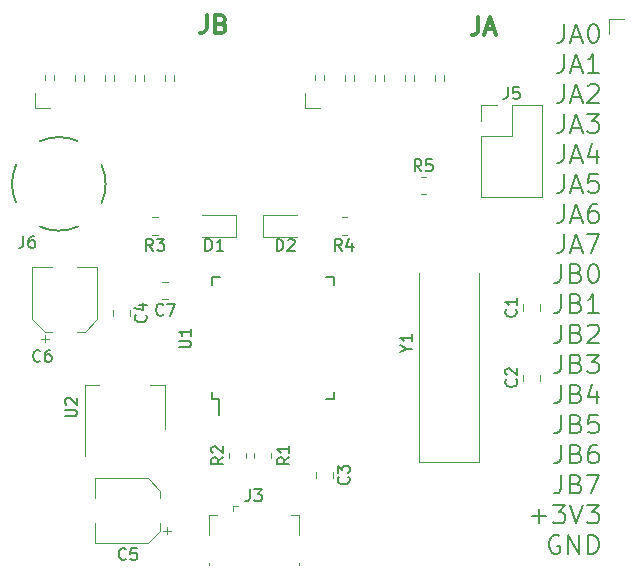
<source format=gbr>
%TF.GenerationSoftware,KiCad,Pcbnew,7.0.10*%
%TF.CreationDate,2024-11-13T12:28:53-05:00*%
%TF.ProjectId,pmodThingy,706d6f64-5468-4696-9e67-792e6b696361,rev?*%
%TF.SameCoordinates,Original*%
%TF.FileFunction,Legend,Top*%
%TF.FilePolarity,Positive*%
%FSLAX46Y46*%
G04 Gerber Fmt 4.6, Leading zero omitted, Abs format (unit mm)*
G04 Created by KiCad (PCBNEW 7.0.10) date 2024-11-13 12:28:53*
%MOMM*%
%LPD*%
G01*
G04 APERTURE LIST*
%ADD10C,0.150000*%
%ADD11C,0.300000*%
%ADD12C,0.120000*%
%ADD13C,0.127000*%
G04 APERTURE END LIST*
D10*
X165195077Y-45652238D02*
X165195077Y-46780809D01*
X165195077Y-46780809D02*
X165119838Y-47006523D01*
X165119838Y-47006523D02*
X164969362Y-47157000D01*
X164969362Y-47157000D02*
X164743648Y-47232238D01*
X164743648Y-47232238D02*
X164593172Y-47232238D01*
X165872220Y-46780809D02*
X166624601Y-46780809D01*
X165721744Y-47232238D02*
X166248410Y-45652238D01*
X166248410Y-45652238D02*
X166775077Y-47232238D01*
X167602696Y-45652238D02*
X167753173Y-45652238D01*
X167753173Y-45652238D02*
X167903649Y-45727476D01*
X167903649Y-45727476D02*
X167978887Y-45802714D01*
X167978887Y-45802714D02*
X168054125Y-45953190D01*
X168054125Y-45953190D02*
X168129363Y-46254142D01*
X168129363Y-46254142D02*
X168129363Y-46630333D01*
X168129363Y-46630333D02*
X168054125Y-46931285D01*
X168054125Y-46931285D02*
X167978887Y-47081761D01*
X167978887Y-47081761D02*
X167903649Y-47157000D01*
X167903649Y-47157000D02*
X167753173Y-47232238D01*
X167753173Y-47232238D02*
X167602696Y-47232238D01*
X167602696Y-47232238D02*
X167452220Y-47157000D01*
X167452220Y-47157000D02*
X167376982Y-47081761D01*
X167376982Y-47081761D02*
X167301744Y-46931285D01*
X167301744Y-46931285D02*
X167226506Y-46630333D01*
X167226506Y-46630333D02*
X167226506Y-46254142D01*
X167226506Y-46254142D02*
X167301744Y-45953190D01*
X167301744Y-45953190D02*
X167376982Y-45802714D01*
X167376982Y-45802714D02*
X167452220Y-45727476D01*
X167452220Y-45727476D02*
X167602696Y-45652238D01*
X165195077Y-48196038D02*
X165195077Y-49324609D01*
X165195077Y-49324609D02*
X165119838Y-49550323D01*
X165119838Y-49550323D02*
X164969362Y-49700800D01*
X164969362Y-49700800D02*
X164743648Y-49776038D01*
X164743648Y-49776038D02*
X164593172Y-49776038D01*
X165872220Y-49324609D02*
X166624601Y-49324609D01*
X165721744Y-49776038D02*
X166248410Y-48196038D01*
X166248410Y-48196038D02*
X166775077Y-49776038D01*
X168129363Y-49776038D02*
X167226506Y-49776038D01*
X167677934Y-49776038D02*
X167677934Y-48196038D01*
X167677934Y-48196038D02*
X167527458Y-48421752D01*
X167527458Y-48421752D02*
X167376982Y-48572228D01*
X167376982Y-48572228D02*
X167226506Y-48647466D01*
X165195077Y-50739838D02*
X165195077Y-51868409D01*
X165195077Y-51868409D02*
X165119838Y-52094123D01*
X165119838Y-52094123D02*
X164969362Y-52244600D01*
X164969362Y-52244600D02*
X164743648Y-52319838D01*
X164743648Y-52319838D02*
X164593172Y-52319838D01*
X165872220Y-51868409D02*
X166624601Y-51868409D01*
X165721744Y-52319838D02*
X166248410Y-50739838D01*
X166248410Y-50739838D02*
X166775077Y-52319838D01*
X167226506Y-50890314D02*
X167301744Y-50815076D01*
X167301744Y-50815076D02*
X167452220Y-50739838D01*
X167452220Y-50739838D02*
X167828411Y-50739838D01*
X167828411Y-50739838D02*
X167978887Y-50815076D01*
X167978887Y-50815076D02*
X168054125Y-50890314D01*
X168054125Y-50890314D02*
X168129363Y-51040790D01*
X168129363Y-51040790D02*
X168129363Y-51191266D01*
X168129363Y-51191266D02*
X168054125Y-51416980D01*
X168054125Y-51416980D02*
X167151268Y-52319838D01*
X167151268Y-52319838D02*
X168129363Y-52319838D01*
X165195077Y-53283638D02*
X165195077Y-54412209D01*
X165195077Y-54412209D02*
X165119838Y-54637923D01*
X165119838Y-54637923D02*
X164969362Y-54788400D01*
X164969362Y-54788400D02*
X164743648Y-54863638D01*
X164743648Y-54863638D02*
X164593172Y-54863638D01*
X165872220Y-54412209D02*
X166624601Y-54412209D01*
X165721744Y-54863638D02*
X166248410Y-53283638D01*
X166248410Y-53283638D02*
X166775077Y-54863638D01*
X167151268Y-53283638D02*
X168129363Y-53283638D01*
X168129363Y-53283638D02*
X167602696Y-53885542D01*
X167602696Y-53885542D02*
X167828411Y-53885542D01*
X167828411Y-53885542D02*
X167978887Y-53960780D01*
X167978887Y-53960780D02*
X168054125Y-54036019D01*
X168054125Y-54036019D02*
X168129363Y-54186495D01*
X168129363Y-54186495D02*
X168129363Y-54562685D01*
X168129363Y-54562685D02*
X168054125Y-54713161D01*
X168054125Y-54713161D02*
X167978887Y-54788400D01*
X167978887Y-54788400D02*
X167828411Y-54863638D01*
X167828411Y-54863638D02*
X167376982Y-54863638D01*
X167376982Y-54863638D02*
X167226506Y-54788400D01*
X167226506Y-54788400D02*
X167151268Y-54713161D01*
X165195077Y-55827438D02*
X165195077Y-56956009D01*
X165195077Y-56956009D02*
X165119838Y-57181723D01*
X165119838Y-57181723D02*
X164969362Y-57332200D01*
X164969362Y-57332200D02*
X164743648Y-57407438D01*
X164743648Y-57407438D02*
X164593172Y-57407438D01*
X165872220Y-56956009D02*
X166624601Y-56956009D01*
X165721744Y-57407438D02*
X166248410Y-55827438D01*
X166248410Y-55827438D02*
X166775077Y-57407438D01*
X167978887Y-56354104D02*
X167978887Y-57407438D01*
X167602696Y-55752200D02*
X167226506Y-56880771D01*
X167226506Y-56880771D02*
X168204601Y-56880771D01*
X165195077Y-58371238D02*
X165195077Y-59499809D01*
X165195077Y-59499809D02*
X165119838Y-59725523D01*
X165119838Y-59725523D02*
X164969362Y-59876000D01*
X164969362Y-59876000D02*
X164743648Y-59951238D01*
X164743648Y-59951238D02*
X164593172Y-59951238D01*
X165872220Y-59499809D02*
X166624601Y-59499809D01*
X165721744Y-59951238D02*
X166248410Y-58371238D01*
X166248410Y-58371238D02*
X166775077Y-59951238D01*
X168054125Y-58371238D02*
X167301744Y-58371238D01*
X167301744Y-58371238D02*
X167226506Y-59123619D01*
X167226506Y-59123619D02*
X167301744Y-59048380D01*
X167301744Y-59048380D02*
X167452220Y-58973142D01*
X167452220Y-58973142D02*
X167828411Y-58973142D01*
X167828411Y-58973142D02*
X167978887Y-59048380D01*
X167978887Y-59048380D02*
X168054125Y-59123619D01*
X168054125Y-59123619D02*
X168129363Y-59274095D01*
X168129363Y-59274095D02*
X168129363Y-59650285D01*
X168129363Y-59650285D02*
X168054125Y-59800761D01*
X168054125Y-59800761D02*
X167978887Y-59876000D01*
X167978887Y-59876000D02*
X167828411Y-59951238D01*
X167828411Y-59951238D02*
X167452220Y-59951238D01*
X167452220Y-59951238D02*
X167301744Y-59876000D01*
X167301744Y-59876000D02*
X167226506Y-59800761D01*
X165195077Y-60915038D02*
X165195077Y-62043609D01*
X165195077Y-62043609D02*
X165119838Y-62269323D01*
X165119838Y-62269323D02*
X164969362Y-62419800D01*
X164969362Y-62419800D02*
X164743648Y-62495038D01*
X164743648Y-62495038D02*
X164593172Y-62495038D01*
X165872220Y-62043609D02*
X166624601Y-62043609D01*
X165721744Y-62495038D02*
X166248410Y-60915038D01*
X166248410Y-60915038D02*
X166775077Y-62495038D01*
X167978887Y-60915038D02*
X167677934Y-60915038D01*
X167677934Y-60915038D02*
X167527458Y-60990276D01*
X167527458Y-60990276D02*
X167452220Y-61065514D01*
X167452220Y-61065514D02*
X167301744Y-61291228D01*
X167301744Y-61291228D02*
X167226506Y-61592180D01*
X167226506Y-61592180D02*
X167226506Y-62194085D01*
X167226506Y-62194085D02*
X167301744Y-62344561D01*
X167301744Y-62344561D02*
X167376982Y-62419800D01*
X167376982Y-62419800D02*
X167527458Y-62495038D01*
X167527458Y-62495038D02*
X167828411Y-62495038D01*
X167828411Y-62495038D02*
X167978887Y-62419800D01*
X167978887Y-62419800D02*
X168054125Y-62344561D01*
X168054125Y-62344561D02*
X168129363Y-62194085D01*
X168129363Y-62194085D02*
X168129363Y-61817895D01*
X168129363Y-61817895D02*
X168054125Y-61667419D01*
X168054125Y-61667419D02*
X167978887Y-61592180D01*
X167978887Y-61592180D02*
X167828411Y-61516942D01*
X167828411Y-61516942D02*
X167527458Y-61516942D01*
X167527458Y-61516942D02*
X167376982Y-61592180D01*
X167376982Y-61592180D02*
X167301744Y-61667419D01*
X167301744Y-61667419D02*
X167226506Y-61817895D01*
X165195077Y-63458838D02*
X165195077Y-64587409D01*
X165195077Y-64587409D02*
X165119838Y-64813123D01*
X165119838Y-64813123D02*
X164969362Y-64963600D01*
X164969362Y-64963600D02*
X164743648Y-65038838D01*
X164743648Y-65038838D02*
X164593172Y-65038838D01*
X165872220Y-64587409D02*
X166624601Y-64587409D01*
X165721744Y-65038838D02*
X166248410Y-63458838D01*
X166248410Y-63458838D02*
X166775077Y-65038838D01*
X167151268Y-63458838D02*
X168204601Y-63458838D01*
X168204601Y-63458838D02*
X167527458Y-65038838D01*
X164969363Y-66002638D02*
X164969363Y-67131209D01*
X164969363Y-67131209D02*
X164894124Y-67356923D01*
X164894124Y-67356923D02*
X164743648Y-67507400D01*
X164743648Y-67507400D02*
X164517934Y-67582638D01*
X164517934Y-67582638D02*
X164367458Y-67582638D01*
X166248411Y-66755019D02*
X166474125Y-66830257D01*
X166474125Y-66830257D02*
X166549363Y-66905495D01*
X166549363Y-66905495D02*
X166624601Y-67055971D01*
X166624601Y-67055971D02*
X166624601Y-67281685D01*
X166624601Y-67281685D02*
X166549363Y-67432161D01*
X166549363Y-67432161D02*
X166474125Y-67507400D01*
X166474125Y-67507400D02*
X166323649Y-67582638D01*
X166323649Y-67582638D02*
X165721744Y-67582638D01*
X165721744Y-67582638D02*
X165721744Y-66002638D01*
X165721744Y-66002638D02*
X166248411Y-66002638D01*
X166248411Y-66002638D02*
X166398887Y-66077876D01*
X166398887Y-66077876D02*
X166474125Y-66153114D01*
X166474125Y-66153114D02*
X166549363Y-66303590D01*
X166549363Y-66303590D02*
X166549363Y-66454066D01*
X166549363Y-66454066D02*
X166474125Y-66604542D01*
X166474125Y-66604542D02*
X166398887Y-66679780D01*
X166398887Y-66679780D02*
X166248411Y-66755019D01*
X166248411Y-66755019D02*
X165721744Y-66755019D01*
X167602696Y-66002638D02*
X167753173Y-66002638D01*
X167753173Y-66002638D02*
X167903649Y-66077876D01*
X167903649Y-66077876D02*
X167978887Y-66153114D01*
X167978887Y-66153114D02*
X168054125Y-66303590D01*
X168054125Y-66303590D02*
X168129363Y-66604542D01*
X168129363Y-66604542D02*
X168129363Y-66980733D01*
X168129363Y-66980733D02*
X168054125Y-67281685D01*
X168054125Y-67281685D02*
X167978887Y-67432161D01*
X167978887Y-67432161D02*
X167903649Y-67507400D01*
X167903649Y-67507400D02*
X167753173Y-67582638D01*
X167753173Y-67582638D02*
X167602696Y-67582638D01*
X167602696Y-67582638D02*
X167452220Y-67507400D01*
X167452220Y-67507400D02*
X167376982Y-67432161D01*
X167376982Y-67432161D02*
X167301744Y-67281685D01*
X167301744Y-67281685D02*
X167226506Y-66980733D01*
X167226506Y-66980733D02*
X167226506Y-66604542D01*
X167226506Y-66604542D02*
X167301744Y-66303590D01*
X167301744Y-66303590D02*
X167376982Y-66153114D01*
X167376982Y-66153114D02*
X167452220Y-66077876D01*
X167452220Y-66077876D02*
X167602696Y-66002638D01*
X164969363Y-68546438D02*
X164969363Y-69675009D01*
X164969363Y-69675009D02*
X164894124Y-69900723D01*
X164894124Y-69900723D02*
X164743648Y-70051200D01*
X164743648Y-70051200D02*
X164517934Y-70126438D01*
X164517934Y-70126438D02*
X164367458Y-70126438D01*
X166248411Y-69298819D02*
X166474125Y-69374057D01*
X166474125Y-69374057D02*
X166549363Y-69449295D01*
X166549363Y-69449295D02*
X166624601Y-69599771D01*
X166624601Y-69599771D02*
X166624601Y-69825485D01*
X166624601Y-69825485D02*
X166549363Y-69975961D01*
X166549363Y-69975961D02*
X166474125Y-70051200D01*
X166474125Y-70051200D02*
X166323649Y-70126438D01*
X166323649Y-70126438D02*
X165721744Y-70126438D01*
X165721744Y-70126438D02*
X165721744Y-68546438D01*
X165721744Y-68546438D02*
X166248411Y-68546438D01*
X166248411Y-68546438D02*
X166398887Y-68621676D01*
X166398887Y-68621676D02*
X166474125Y-68696914D01*
X166474125Y-68696914D02*
X166549363Y-68847390D01*
X166549363Y-68847390D02*
X166549363Y-68997866D01*
X166549363Y-68997866D02*
X166474125Y-69148342D01*
X166474125Y-69148342D02*
X166398887Y-69223580D01*
X166398887Y-69223580D02*
X166248411Y-69298819D01*
X166248411Y-69298819D02*
X165721744Y-69298819D01*
X168129363Y-70126438D02*
X167226506Y-70126438D01*
X167677934Y-70126438D02*
X167677934Y-68546438D01*
X167677934Y-68546438D02*
X167527458Y-68772152D01*
X167527458Y-68772152D02*
X167376982Y-68922628D01*
X167376982Y-68922628D02*
X167226506Y-68997866D01*
X164969363Y-71090238D02*
X164969363Y-72218809D01*
X164969363Y-72218809D02*
X164894124Y-72444523D01*
X164894124Y-72444523D02*
X164743648Y-72595000D01*
X164743648Y-72595000D02*
X164517934Y-72670238D01*
X164517934Y-72670238D02*
X164367458Y-72670238D01*
X166248411Y-71842619D02*
X166474125Y-71917857D01*
X166474125Y-71917857D02*
X166549363Y-71993095D01*
X166549363Y-71993095D02*
X166624601Y-72143571D01*
X166624601Y-72143571D02*
X166624601Y-72369285D01*
X166624601Y-72369285D02*
X166549363Y-72519761D01*
X166549363Y-72519761D02*
X166474125Y-72595000D01*
X166474125Y-72595000D02*
X166323649Y-72670238D01*
X166323649Y-72670238D02*
X165721744Y-72670238D01*
X165721744Y-72670238D02*
X165721744Y-71090238D01*
X165721744Y-71090238D02*
X166248411Y-71090238D01*
X166248411Y-71090238D02*
X166398887Y-71165476D01*
X166398887Y-71165476D02*
X166474125Y-71240714D01*
X166474125Y-71240714D02*
X166549363Y-71391190D01*
X166549363Y-71391190D02*
X166549363Y-71541666D01*
X166549363Y-71541666D02*
X166474125Y-71692142D01*
X166474125Y-71692142D02*
X166398887Y-71767380D01*
X166398887Y-71767380D02*
X166248411Y-71842619D01*
X166248411Y-71842619D02*
X165721744Y-71842619D01*
X167226506Y-71240714D02*
X167301744Y-71165476D01*
X167301744Y-71165476D02*
X167452220Y-71090238D01*
X167452220Y-71090238D02*
X167828411Y-71090238D01*
X167828411Y-71090238D02*
X167978887Y-71165476D01*
X167978887Y-71165476D02*
X168054125Y-71240714D01*
X168054125Y-71240714D02*
X168129363Y-71391190D01*
X168129363Y-71391190D02*
X168129363Y-71541666D01*
X168129363Y-71541666D02*
X168054125Y-71767380D01*
X168054125Y-71767380D02*
X167151268Y-72670238D01*
X167151268Y-72670238D02*
X168129363Y-72670238D01*
X164969363Y-73634038D02*
X164969363Y-74762609D01*
X164969363Y-74762609D02*
X164894124Y-74988323D01*
X164894124Y-74988323D02*
X164743648Y-75138800D01*
X164743648Y-75138800D02*
X164517934Y-75214038D01*
X164517934Y-75214038D02*
X164367458Y-75214038D01*
X166248411Y-74386419D02*
X166474125Y-74461657D01*
X166474125Y-74461657D02*
X166549363Y-74536895D01*
X166549363Y-74536895D02*
X166624601Y-74687371D01*
X166624601Y-74687371D02*
X166624601Y-74913085D01*
X166624601Y-74913085D02*
X166549363Y-75063561D01*
X166549363Y-75063561D02*
X166474125Y-75138800D01*
X166474125Y-75138800D02*
X166323649Y-75214038D01*
X166323649Y-75214038D02*
X165721744Y-75214038D01*
X165721744Y-75214038D02*
X165721744Y-73634038D01*
X165721744Y-73634038D02*
X166248411Y-73634038D01*
X166248411Y-73634038D02*
X166398887Y-73709276D01*
X166398887Y-73709276D02*
X166474125Y-73784514D01*
X166474125Y-73784514D02*
X166549363Y-73934990D01*
X166549363Y-73934990D02*
X166549363Y-74085466D01*
X166549363Y-74085466D02*
X166474125Y-74235942D01*
X166474125Y-74235942D02*
X166398887Y-74311180D01*
X166398887Y-74311180D02*
X166248411Y-74386419D01*
X166248411Y-74386419D02*
X165721744Y-74386419D01*
X167151268Y-73634038D02*
X168129363Y-73634038D01*
X168129363Y-73634038D02*
X167602696Y-74235942D01*
X167602696Y-74235942D02*
X167828411Y-74235942D01*
X167828411Y-74235942D02*
X167978887Y-74311180D01*
X167978887Y-74311180D02*
X168054125Y-74386419D01*
X168054125Y-74386419D02*
X168129363Y-74536895D01*
X168129363Y-74536895D02*
X168129363Y-74913085D01*
X168129363Y-74913085D02*
X168054125Y-75063561D01*
X168054125Y-75063561D02*
X167978887Y-75138800D01*
X167978887Y-75138800D02*
X167828411Y-75214038D01*
X167828411Y-75214038D02*
X167376982Y-75214038D01*
X167376982Y-75214038D02*
X167226506Y-75138800D01*
X167226506Y-75138800D02*
X167151268Y-75063561D01*
X164969363Y-76177838D02*
X164969363Y-77306409D01*
X164969363Y-77306409D02*
X164894124Y-77532123D01*
X164894124Y-77532123D02*
X164743648Y-77682600D01*
X164743648Y-77682600D02*
X164517934Y-77757838D01*
X164517934Y-77757838D02*
X164367458Y-77757838D01*
X166248411Y-76930219D02*
X166474125Y-77005457D01*
X166474125Y-77005457D02*
X166549363Y-77080695D01*
X166549363Y-77080695D02*
X166624601Y-77231171D01*
X166624601Y-77231171D02*
X166624601Y-77456885D01*
X166624601Y-77456885D02*
X166549363Y-77607361D01*
X166549363Y-77607361D02*
X166474125Y-77682600D01*
X166474125Y-77682600D02*
X166323649Y-77757838D01*
X166323649Y-77757838D02*
X165721744Y-77757838D01*
X165721744Y-77757838D02*
X165721744Y-76177838D01*
X165721744Y-76177838D02*
X166248411Y-76177838D01*
X166248411Y-76177838D02*
X166398887Y-76253076D01*
X166398887Y-76253076D02*
X166474125Y-76328314D01*
X166474125Y-76328314D02*
X166549363Y-76478790D01*
X166549363Y-76478790D02*
X166549363Y-76629266D01*
X166549363Y-76629266D02*
X166474125Y-76779742D01*
X166474125Y-76779742D02*
X166398887Y-76854980D01*
X166398887Y-76854980D02*
X166248411Y-76930219D01*
X166248411Y-76930219D02*
X165721744Y-76930219D01*
X167978887Y-76704504D02*
X167978887Y-77757838D01*
X167602696Y-76102600D02*
X167226506Y-77231171D01*
X167226506Y-77231171D02*
X168204601Y-77231171D01*
X164969363Y-78721638D02*
X164969363Y-79850209D01*
X164969363Y-79850209D02*
X164894124Y-80075923D01*
X164894124Y-80075923D02*
X164743648Y-80226400D01*
X164743648Y-80226400D02*
X164517934Y-80301638D01*
X164517934Y-80301638D02*
X164367458Y-80301638D01*
X166248411Y-79474019D02*
X166474125Y-79549257D01*
X166474125Y-79549257D02*
X166549363Y-79624495D01*
X166549363Y-79624495D02*
X166624601Y-79774971D01*
X166624601Y-79774971D02*
X166624601Y-80000685D01*
X166624601Y-80000685D02*
X166549363Y-80151161D01*
X166549363Y-80151161D02*
X166474125Y-80226400D01*
X166474125Y-80226400D02*
X166323649Y-80301638D01*
X166323649Y-80301638D02*
X165721744Y-80301638D01*
X165721744Y-80301638D02*
X165721744Y-78721638D01*
X165721744Y-78721638D02*
X166248411Y-78721638D01*
X166248411Y-78721638D02*
X166398887Y-78796876D01*
X166398887Y-78796876D02*
X166474125Y-78872114D01*
X166474125Y-78872114D02*
X166549363Y-79022590D01*
X166549363Y-79022590D02*
X166549363Y-79173066D01*
X166549363Y-79173066D02*
X166474125Y-79323542D01*
X166474125Y-79323542D02*
X166398887Y-79398780D01*
X166398887Y-79398780D02*
X166248411Y-79474019D01*
X166248411Y-79474019D02*
X165721744Y-79474019D01*
X168054125Y-78721638D02*
X167301744Y-78721638D01*
X167301744Y-78721638D02*
X167226506Y-79474019D01*
X167226506Y-79474019D02*
X167301744Y-79398780D01*
X167301744Y-79398780D02*
X167452220Y-79323542D01*
X167452220Y-79323542D02*
X167828411Y-79323542D01*
X167828411Y-79323542D02*
X167978887Y-79398780D01*
X167978887Y-79398780D02*
X168054125Y-79474019D01*
X168054125Y-79474019D02*
X168129363Y-79624495D01*
X168129363Y-79624495D02*
X168129363Y-80000685D01*
X168129363Y-80000685D02*
X168054125Y-80151161D01*
X168054125Y-80151161D02*
X167978887Y-80226400D01*
X167978887Y-80226400D02*
X167828411Y-80301638D01*
X167828411Y-80301638D02*
X167452220Y-80301638D01*
X167452220Y-80301638D02*
X167301744Y-80226400D01*
X167301744Y-80226400D02*
X167226506Y-80151161D01*
X164969363Y-81265438D02*
X164969363Y-82394009D01*
X164969363Y-82394009D02*
X164894124Y-82619723D01*
X164894124Y-82619723D02*
X164743648Y-82770200D01*
X164743648Y-82770200D02*
X164517934Y-82845438D01*
X164517934Y-82845438D02*
X164367458Y-82845438D01*
X166248411Y-82017819D02*
X166474125Y-82093057D01*
X166474125Y-82093057D02*
X166549363Y-82168295D01*
X166549363Y-82168295D02*
X166624601Y-82318771D01*
X166624601Y-82318771D02*
X166624601Y-82544485D01*
X166624601Y-82544485D02*
X166549363Y-82694961D01*
X166549363Y-82694961D02*
X166474125Y-82770200D01*
X166474125Y-82770200D02*
X166323649Y-82845438D01*
X166323649Y-82845438D02*
X165721744Y-82845438D01*
X165721744Y-82845438D02*
X165721744Y-81265438D01*
X165721744Y-81265438D02*
X166248411Y-81265438D01*
X166248411Y-81265438D02*
X166398887Y-81340676D01*
X166398887Y-81340676D02*
X166474125Y-81415914D01*
X166474125Y-81415914D02*
X166549363Y-81566390D01*
X166549363Y-81566390D02*
X166549363Y-81716866D01*
X166549363Y-81716866D02*
X166474125Y-81867342D01*
X166474125Y-81867342D02*
X166398887Y-81942580D01*
X166398887Y-81942580D02*
X166248411Y-82017819D01*
X166248411Y-82017819D02*
X165721744Y-82017819D01*
X167978887Y-81265438D02*
X167677934Y-81265438D01*
X167677934Y-81265438D02*
X167527458Y-81340676D01*
X167527458Y-81340676D02*
X167452220Y-81415914D01*
X167452220Y-81415914D02*
X167301744Y-81641628D01*
X167301744Y-81641628D02*
X167226506Y-81942580D01*
X167226506Y-81942580D02*
X167226506Y-82544485D01*
X167226506Y-82544485D02*
X167301744Y-82694961D01*
X167301744Y-82694961D02*
X167376982Y-82770200D01*
X167376982Y-82770200D02*
X167527458Y-82845438D01*
X167527458Y-82845438D02*
X167828411Y-82845438D01*
X167828411Y-82845438D02*
X167978887Y-82770200D01*
X167978887Y-82770200D02*
X168054125Y-82694961D01*
X168054125Y-82694961D02*
X168129363Y-82544485D01*
X168129363Y-82544485D02*
X168129363Y-82168295D01*
X168129363Y-82168295D02*
X168054125Y-82017819D01*
X168054125Y-82017819D02*
X167978887Y-81942580D01*
X167978887Y-81942580D02*
X167828411Y-81867342D01*
X167828411Y-81867342D02*
X167527458Y-81867342D01*
X167527458Y-81867342D02*
X167376982Y-81942580D01*
X167376982Y-81942580D02*
X167301744Y-82017819D01*
X167301744Y-82017819D02*
X167226506Y-82168295D01*
X164969363Y-83809238D02*
X164969363Y-84937809D01*
X164969363Y-84937809D02*
X164894124Y-85163523D01*
X164894124Y-85163523D02*
X164743648Y-85314000D01*
X164743648Y-85314000D02*
X164517934Y-85389238D01*
X164517934Y-85389238D02*
X164367458Y-85389238D01*
X166248411Y-84561619D02*
X166474125Y-84636857D01*
X166474125Y-84636857D02*
X166549363Y-84712095D01*
X166549363Y-84712095D02*
X166624601Y-84862571D01*
X166624601Y-84862571D02*
X166624601Y-85088285D01*
X166624601Y-85088285D02*
X166549363Y-85238761D01*
X166549363Y-85238761D02*
X166474125Y-85314000D01*
X166474125Y-85314000D02*
X166323649Y-85389238D01*
X166323649Y-85389238D02*
X165721744Y-85389238D01*
X165721744Y-85389238D02*
X165721744Y-83809238D01*
X165721744Y-83809238D02*
X166248411Y-83809238D01*
X166248411Y-83809238D02*
X166398887Y-83884476D01*
X166398887Y-83884476D02*
X166474125Y-83959714D01*
X166474125Y-83959714D02*
X166549363Y-84110190D01*
X166549363Y-84110190D02*
X166549363Y-84260666D01*
X166549363Y-84260666D02*
X166474125Y-84411142D01*
X166474125Y-84411142D02*
X166398887Y-84486380D01*
X166398887Y-84486380D02*
X166248411Y-84561619D01*
X166248411Y-84561619D02*
X165721744Y-84561619D01*
X167151268Y-83809238D02*
X168204601Y-83809238D01*
X168204601Y-83809238D02*
X167527458Y-85389238D01*
X162486506Y-87331133D02*
X163690316Y-87331133D01*
X163088411Y-87933038D02*
X163088411Y-86729228D01*
X164292220Y-86353038D02*
X165270315Y-86353038D01*
X165270315Y-86353038D02*
X164743648Y-86954942D01*
X164743648Y-86954942D02*
X164969363Y-86954942D01*
X164969363Y-86954942D02*
X165119839Y-87030180D01*
X165119839Y-87030180D02*
X165195077Y-87105419D01*
X165195077Y-87105419D02*
X165270315Y-87255895D01*
X165270315Y-87255895D02*
X165270315Y-87632085D01*
X165270315Y-87632085D02*
X165195077Y-87782561D01*
X165195077Y-87782561D02*
X165119839Y-87857800D01*
X165119839Y-87857800D02*
X164969363Y-87933038D01*
X164969363Y-87933038D02*
X164517934Y-87933038D01*
X164517934Y-87933038D02*
X164367458Y-87857800D01*
X164367458Y-87857800D02*
X164292220Y-87782561D01*
X165721744Y-86353038D02*
X166248410Y-87933038D01*
X166248410Y-87933038D02*
X166775077Y-86353038D01*
X167151268Y-86353038D02*
X168129363Y-86353038D01*
X168129363Y-86353038D02*
X167602696Y-86954942D01*
X167602696Y-86954942D02*
X167828411Y-86954942D01*
X167828411Y-86954942D02*
X167978887Y-87030180D01*
X167978887Y-87030180D02*
X168054125Y-87105419D01*
X168054125Y-87105419D02*
X168129363Y-87255895D01*
X168129363Y-87255895D02*
X168129363Y-87632085D01*
X168129363Y-87632085D02*
X168054125Y-87782561D01*
X168054125Y-87782561D02*
X167978887Y-87857800D01*
X167978887Y-87857800D02*
X167828411Y-87933038D01*
X167828411Y-87933038D02*
X167376982Y-87933038D01*
X167376982Y-87933038D02*
X167226506Y-87857800D01*
X167226506Y-87857800D02*
X167151268Y-87782561D01*
X164818887Y-88972076D02*
X164668411Y-88896838D01*
X164668411Y-88896838D02*
X164442697Y-88896838D01*
X164442697Y-88896838D02*
X164216982Y-88972076D01*
X164216982Y-88972076D02*
X164066506Y-89122552D01*
X164066506Y-89122552D02*
X163991268Y-89273028D01*
X163991268Y-89273028D02*
X163916030Y-89573980D01*
X163916030Y-89573980D02*
X163916030Y-89799695D01*
X163916030Y-89799695D02*
X163991268Y-90100647D01*
X163991268Y-90100647D02*
X164066506Y-90251123D01*
X164066506Y-90251123D02*
X164216982Y-90401600D01*
X164216982Y-90401600D02*
X164442697Y-90476838D01*
X164442697Y-90476838D02*
X164593173Y-90476838D01*
X164593173Y-90476838D02*
X164818887Y-90401600D01*
X164818887Y-90401600D02*
X164894125Y-90326361D01*
X164894125Y-90326361D02*
X164894125Y-89799695D01*
X164894125Y-89799695D02*
X164593173Y-89799695D01*
X165571268Y-90476838D02*
X165571268Y-88896838D01*
X165571268Y-88896838D02*
X166474125Y-90476838D01*
X166474125Y-90476838D02*
X166474125Y-88896838D01*
X167226506Y-90476838D02*
X167226506Y-88896838D01*
X167226506Y-88896838D02*
X167602696Y-88896838D01*
X167602696Y-88896838D02*
X167828411Y-88972076D01*
X167828411Y-88972076D02*
X167978887Y-89122552D01*
X167978887Y-89122552D02*
X168054125Y-89273028D01*
X168054125Y-89273028D02*
X168129363Y-89573980D01*
X168129363Y-89573980D02*
X168129363Y-89799695D01*
X168129363Y-89799695D02*
X168054125Y-90100647D01*
X168054125Y-90100647D02*
X167978887Y-90251123D01*
X167978887Y-90251123D02*
X167828411Y-90401600D01*
X167828411Y-90401600D02*
X167602696Y-90476838D01*
X167602696Y-90476838D02*
X167226506Y-90476838D01*
D11*
X157955082Y-45036828D02*
X157955082Y-46108257D01*
X157955082Y-46108257D02*
X157883653Y-46322542D01*
X157883653Y-46322542D02*
X157740796Y-46465400D01*
X157740796Y-46465400D02*
X157526510Y-46536828D01*
X157526510Y-46536828D02*
X157383653Y-46536828D01*
X158597939Y-46108257D02*
X159312225Y-46108257D01*
X158455082Y-46536828D02*
X158955082Y-45036828D01*
X158955082Y-45036828D02*
X159455082Y-46536828D01*
X134968082Y-44909828D02*
X134968082Y-45981257D01*
X134968082Y-45981257D02*
X134896653Y-46195542D01*
X134896653Y-46195542D02*
X134753796Y-46338400D01*
X134753796Y-46338400D02*
X134539510Y-46409828D01*
X134539510Y-46409828D02*
X134396653Y-46409828D01*
X136182367Y-45624114D02*
X136396653Y-45695542D01*
X136396653Y-45695542D02*
X136468082Y-45766971D01*
X136468082Y-45766971D02*
X136539510Y-45909828D01*
X136539510Y-45909828D02*
X136539510Y-46124114D01*
X136539510Y-46124114D02*
X136468082Y-46266971D01*
X136468082Y-46266971D02*
X136396653Y-46338400D01*
X136396653Y-46338400D02*
X136253796Y-46409828D01*
X136253796Y-46409828D02*
X135682367Y-46409828D01*
X135682367Y-46409828D02*
X135682367Y-44909828D01*
X135682367Y-44909828D02*
X136182367Y-44909828D01*
X136182367Y-44909828D02*
X136325225Y-44981257D01*
X136325225Y-44981257D02*
X136396653Y-45052685D01*
X136396653Y-45052685D02*
X136468082Y-45195542D01*
X136468082Y-45195542D02*
X136468082Y-45338400D01*
X136468082Y-45338400D02*
X136396653Y-45481257D01*
X136396653Y-45481257D02*
X136325225Y-45552685D01*
X136325225Y-45552685D02*
X136182367Y-45624114D01*
X136182367Y-45624114D02*
X135682367Y-45624114D01*
D10*
X134833905Y-64842819D02*
X134833905Y-63842819D01*
X134833905Y-63842819D02*
X135072000Y-63842819D01*
X135072000Y-63842819D02*
X135214857Y-63890438D01*
X135214857Y-63890438D02*
X135310095Y-63985676D01*
X135310095Y-63985676D02*
X135357714Y-64080914D01*
X135357714Y-64080914D02*
X135405333Y-64271390D01*
X135405333Y-64271390D02*
X135405333Y-64414247D01*
X135405333Y-64414247D02*
X135357714Y-64604723D01*
X135357714Y-64604723D02*
X135310095Y-64699961D01*
X135310095Y-64699961D02*
X135214857Y-64795200D01*
X135214857Y-64795200D02*
X135072000Y-64842819D01*
X135072000Y-64842819D02*
X134833905Y-64842819D01*
X136357714Y-64842819D02*
X135786286Y-64842819D01*
X136072000Y-64842819D02*
X136072000Y-63842819D01*
X136072000Y-63842819D02*
X135976762Y-63985676D01*
X135976762Y-63985676D02*
X135881524Y-64080914D01*
X135881524Y-64080914D02*
X135786286Y-64128533D01*
X119427666Y-63589819D02*
X119427666Y-64304104D01*
X119427666Y-64304104D02*
X119380047Y-64446961D01*
X119380047Y-64446961D02*
X119284809Y-64542200D01*
X119284809Y-64542200D02*
X119141952Y-64589819D01*
X119141952Y-64589819D02*
X119046714Y-64589819D01*
X120332428Y-63589819D02*
X120141952Y-63589819D01*
X120141952Y-63589819D02*
X120046714Y-63637438D01*
X120046714Y-63637438D02*
X119999095Y-63685057D01*
X119999095Y-63685057D02*
X119903857Y-63827914D01*
X119903857Y-63827914D02*
X119856238Y-64018390D01*
X119856238Y-64018390D02*
X119856238Y-64399342D01*
X119856238Y-64399342D02*
X119903857Y-64494580D01*
X119903857Y-64494580D02*
X119951476Y-64542200D01*
X119951476Y-64542200D02*
X120046714Y-64589819D01*
X120046714Y-64589819D02*
X120237190Y-64589819D01*
X120237190Y-64589819D02*
X120332428Y-64542200D01*
X120332428Y-64542200D02*
X120380047Y-64494580D01*
X120380047Y-64494580D02*
X120427666Y-64399342D01*
X120427666Y-64399342D02*
X120427666Y-64161247D01*
X120427666Y-64161247D02*
X120380047Y-64066009D01*
X120380047Y-64066009D02*
X120332428Y-64018390D01*
X120332428Y-64018390D02*
X120237190Y-63970771D01*
X120237190Y-63970771D02*
X120046714Y-63970771D01*
X120046714Y-63970771D02*
X119951476Y-64018390D01*
X119951476Y-64018390D02*
X119903857Y-64066009D01*
X119903857Y-64066009D02*
X119856238Y-64161247D01*
X146946580Y-83986666D02*
X146994200Y-84034285D01*
X146994200Y-84034285D02*
X147041819Y-84177142D01*
X147041819Y-84177142D02*
X147041819Y-84272380D01*
X147041819Y-84272380D02*
X146994200Y-84415237D01*
X146994200Y-84415237D02*
X146898961Y-84510475D01*
X146898961Y-84510475D02*
X146803723Y-84558094D01*
X146803723Y-84558094D02*
X146613247Y-84605713D01*
X146613247Y-84605713D02*
X146470390Y-84605713D01*
X146470390Y-84605713D02*
X146279914Y-84558094D01*
X146279914Y-84558094D02*
X146184676Y-84510475D01*
X146184676Y-84510475D02*
X146089438Y-84415237D01*
X146089438Y-84415237D02*
X146041819Y-84272380D01*
X146041819Y-84272380D02*
X146041819Y-84177142D01*
X146041819Y-84177142D02*
X146089438Y-84034285D01*
X146089438Y-84034285D02*
X146137057Y-83986666D01*
X146041819Y-83653332D02*
X146041819Y-83034285D01*
X146041819Y-83034285D02*
X146422771Y-83367618D01*
X146422771Y-83367618D02*
X146422771Y-83224761D01*
X146422771Y-83224761D02*
X146470390Y-83129523D01*
X146470390Y-83129523D02*
X146518009Y-83081904D01*
X146518009Y-83081904D02*
X146613247Y-83034285D01*
X146613247Y-83034285D02*
X146851342Y-83034285D01*
X146851342Y-83034285D02*
X146946580Y-83081904D01*
X146946580Y-83081904D02*
X146994200Y-83129523D01*
X146994200Y-83129523D02*
X147041819Y-83224761D01*
X147041819Y-83224761D02*
X147041819Y-83510475D01*
X147041819Y-83510475D02*
X146994200Y-83605713D01*
X146994200Y-83605713D02*
X146946580Y-83653332D01*
X128103333Y-90927580D02*
X128055714Y-90975200D01*
X128055714Y-90975200D02*
X127912857Y-91022819D01*
X127912857Y-91022819D02*
X127817619Y-91022819D01*
X127817619Y-91022819D02*
X127674762Y-90975200D01*
X127674762Y-90975200D02*
X127579524Y-90879961D01*
X127579524Y-90879961D02*
X127531905Y-90784723D01*
X127531905Y-90784723D02*
X127484286Y-90594247D01*
X127484286Y-90594247D02*
X127484286Y-90451390D01*
X127484286Y-90451390D02*
X127531905Y-90260914D01*
X127531905Y-90260914D02*
X127579524Y-90165676D01*
X127579524Y-90165676D02*
X127674762Y-90070438D01*
X127674762Y-90070438D02*
X127817619Y-90022819D01*
X127817619Y-90022819D02*
X127912857Y-90022819D01*
X127912857Y-90022819D02*
X128055714Y-90070438D01*
X128055714Y-90070438D02*
X128103333Y-90118057D01*
X129008095Y-90022819D02*
X128531905Y-90022819D01*
X128531905Y-90022819D02*
X128484286Y-90499009D01*
X128484286Y-90499009D02*
X128531905Y-90451390D01*
X128531905Y-90451390D02*
X128627143Y-90403771D01*
X128627143Y-90403771D02*
X128865238Y-90403771D01*
X128865238Y-90403771D02*
X128960476Y-90451390D01*
X128960476Y-90451390D02*
X129008095Y-90499009D01*
X129008095Y-90499009D02*
X129055714Y-90594247D01*
X129055714Y-90594247D02*
X129055714Y-90832342D01*
X129055714Y-90832342D02*
X129008095Y-90927580D01*
X129008095Y-90927580D02*
X128960476Y-90975200D01*
X128960476Y-90975200D02*
X128865238Y-91022819D01*
X128865238Y-91022819D02*
X128627143Y-91022819D01*
X128627143Y-91022819D02*
X128531905Y-90975200D01*
X128531905Y-90975200D02*
X128484286Y-90927580D01*
X146391333Y-64843819D02*
X146058000Y-64367628D01*
X145819905Y-64843819D02*
X145819905Y-63843819D01*
X145819905Y-63843819D02*
X146200857Y-63843819D01*
X146200857Y-63843819D02*
X146296095Y-63891438D01*
X146296095Y-63891438D02*
X146343714Y-63939057D01*
X146343714Y-63939057D02*
X146391333Y-64034295D01*
X146391333Y-64034295D02*
X146391333Y-64177152D01*
X146391333Y-64177152D02*
X146343714Y-64272390D01*
X146343714Y-64272390D02*
X146296095Y-64320009D01*
X146296095Y-64320009D02*
X146200857Y-64367628D01*
X146200857Y-64367628D02*
X145819905Y-64367628D01*
X147248476Y-64177152D02*
X147248476Y-64843819D01*
X147010381Y-63796200D02*
X146772286Y-64510485D01*
X146772286Y-64510485D02*
X147391333Y-64510485D01*
X132593819Y-73024904D02*
X133403342Y-73024904D01*
X133403342Y-73024904D02*
X133498580Y-72977285D01*
X133498580Y-72977285D02*
X133546200Y-72929666D01*
X133546200Y-72929666D02*
X133593819Y-72834428D01*
X133593819Y-72834428D02*
X133593819Y-72643952D01*
X133593819Y-72643952D02*
X133546200Y-72548714D01*
X133546200Y-72548714D02*
X133498580Y-72501095D01*
X133498580Y-72501095D02*
X133403342Y-72453476D01*
X133403342Y-72453476D02*
X132593819Y-72453476D01*
X133593819Y-71453476D02*
X133593819Y-72024904D01*
X133593819Y-71739190D02*
X132593819Y-71739190D01*
X132593819Y-71739190D02*
X132736676Y-71834428D01*
X132736676Y-71834428D02*
X132831914Y-71929666D01*
X132831914Y-71929666D02*
X132879533Y-72024904D01*
X122970819Y-78866904D02*
X123780342Y-78866904D01*
X123780342Y-78866904D02*
X123875580Y-78819285D01*
X123875580Y-78819285D02*
X123923200Y-78771666D01*
X123923200Y-78771666D02*
X123970819Y-78676428D01*
X123970819Y-78676428D02*
X123970819Y-78485952D01*
X123970819Y-78485952D02*
X123923200Y-78390714D01*
X123923200Y-78390714D02*
X123875580Y-78343095D01*
X123875580Y-78343095D02*
X123780342Y-78295476D01*
X123780342Y-78295476D02*
X122970819Y-78295476D01*
X123066057Y-77866904D02*
X123018438Y-77819285D01*
X123018438Y-77819285D02*
X122970819Y-77724047D01*
X122970819Y-77724047D02*
X122970819Y-77485952D01*
X122970819Y-77485952D02*
X123018438Y-77390714D01*
X123018438Y-77390714D02*
X123066057Y-77343095D01*
X123066057Y-77343095D02*
X123161295Y-77295476D01*
X123161295Y-77295476D02*
X123256533Y-77295476D01*
X123256533Y-77295476D02*
X123399390Y-77343095D01*
X123399390Y-77343095D02*
X123970819Y-77914523D01*
X123970819Y-77914523D02*
X123970819Y-77295476D01*
X131278333Y-70238580D02*
X131230714Y-70286200D01*
X131230714Y-70286200D02*
X131087857Y-70333819D01*
X131087857Y-70333819D02*
X130992619Y-70333819D01*
X130992619Y-70333819D02*
X130849762Y-70286200D01*
X130849762Y-70286200D02*
X130754524Y-70190961D01*
X130754524Y-70190961D02*
X130706905Y-70095723D01*
X130706905Y-70095723D02*
X130659286Y-69905247D01*
X130659286Y-69905247D02*
X130659286Y-69762390D01*
X130659286Y-69762390D02*
X130706905Y-69571914D01*
X130706905Y-69571914D02*
X130754524Y-69476676D01*
X130754524Y-69476676D02*
X130849762Y-69381438D01*
X130849762Y-69381438D02*
X130992619Y-69333819D01*
X130992619Y-69333819D02*
X131087857Y-69333819D01*
X131087857Y-69333819D02*
X131230714Y-69381438D01*
X131230714Y-69381438D02*
X131278333Y-69429057D01*
X131611667Y-69333819D02*
X132278333Y-69333819D01*
X132278333Y-69333819D02*
X131849762Y-70333819D01*
X120864333Y-74146580D02*
X120816714Y-74194200D01*
X120816714Y-74194200D02*
X120673857Y-74241819D01*
X120673857Y-74241819D02*
X120578619Y-74241819D01*
X120578619Y-74241819D02*
X120435762Y-74194200D01*
X120435762Y-74194200D02*
X120340524Y-74098961D01*
X120340524Y-74098961D02*
X120292905Y-74003723D01*
X120292905Y-74003723D02*
X120245286Y-73813247D01*
X120245286Y-73813247D02*
X120245286Y-73670390D01*
X120245286Y-73670390D02*
X120292905Y-73479914D01*
X120292905Y-73479914D02*
X120340524Y-73384676D01*
X120340524Y-73384676D02*
X120435762Y-73289438D01*
X120435762Y-73289438D02*
X120578619Y-73241819D01*
X120578619Y-73241819D02*
X120673857Y-73241819D01*
X120673857Y-73241819D02*
X120816714Y-73289438D01*
X120816714Y-73289438D02*
X120864333Y-73337057D01*
X121721476Y-73241819D02*
X121531000Y-73241819D01*
X121531000Y-73241819D02*
X121435762Y-73289438D01*
X121435762Y-73289438D02*
X121388143Y-73337057D01*
X121388143Y-73337057D02*
X121292905Y-73479914D01*
X121292905Y-73479914D02*
X121245286Y-73670390D01*
X121245286Y-73670390D02*
X121245286Y-74051342D01*
X121245286Y-74051342D02*
X121292905Y-74146580D01*
X121292905Y-74146580D02*
X121340524Y-74194200D01*
X121340524Y-74194200D02*
X121435762Y-74241819D01*
X121435762Y-74241819D02*
X121626238Y-74241819D01*
X121626238Y-74241819D02*
X121721476Y-74194200D01*
X121721476Y-74194200D02*
X121769095Y-74146580D01*
X121769095Y-74146580D02*
X121816714Y-74051342D01*
X121816714Y-74051342D02*
X121816714Y-73813247D01*
X121816714Y-73813247D02*
X121769095Y-73718009D01*
X121769095Y-73718009D02*
X121721476Y-73670390D01*
X121721476Y-73670390D02*
X121626238Y-73622771D01*
X121626238Y-73622771D02*
X121435762Y-73622771D01*
X121435762Y-73622771D02*
X121340524Y-73670390D01*
X121340524Y-73670390D02*
X121292905Y-73718009D01*
X121292905Y-73718009D02*
X121245286Y-73813247D01*
X136345819Y-82335666D02*
X135869628Y-82668999D01*
X136345819Y-82907094D02*
X135345819Y-82907094D01*
X135345819Y-82907094D02*
X135345819Y-82526142D01*
X135345819Y-82526142D02*
X135393438Y-82430904D01*
X135393438Y-82430904D02*
X135441057Y-82383285D01*
X135441057Y-82383285D02*
X135536295Y-82335666D01*
X135536295Y-82335666D02*
X135679152Y-82335666D01*
X135679152Y-82335666D02*
X135774390Y-82383285D01*
X135774390Y-82383285D02*
X135822009Y-82430904D01*
X135822009Y-82430904D02*
X135869628Y-82526142D01*
X135869628Y-82526142D02*
X135869628Y-82907094D01*
X135441057Y-81954713D02*
X135393438Y-81907094D01*
X135393438Y-81907094D02*
X135345819Y-81811856D01*
X135345819Y-81811856D02*
X135345819Y-81573761D01*
X135345819Y-81573761D02*
X135393438Y-81478523D01*
X135393438Y-81478523D02*
X135441057Y-81430904D01*
X135441057Y-81430904D02*
X135536295Y-81383285D01*
X135536295Y-81383285D02*
X135631533Y-81383285D01*
X135631533Y-81383285D02*
X135774390Y-81430904D01*
X135774390Y-81430904D02*
X136345819Y-82002332D01*
X136345819Y-82002332D02*
X136345819Y-81383285D01*
X141932819Y-82335666D02*
X141456628Y-82668999D01*
X141932819Y-82907094D02*
X140932819Y-82907094D01*
X140932819Y-82907094D02*
X140932819Y-82526142D01*
X140932819Y-82526142D02*
X140980438Y-82430904D01*
X140980438Y-82430904D02*
X141028057Y-82383285D01*
X141028057Y-82383285D02*
X141123295Y-82335666D01*
X141123295Y-82335666D02*
X141266152Y-82335666D01*
X141266152Y-82335666D02*
X141361390Y-82383285D01*
X141361390Y-82383285D02*
X141409009Y-82430904D01*
X141409009Y-82430904D02*
X141456628Y-82526142D01*
X141456628Y-82526142D02*
X141456628Y-82907094D01*
X141932819Y-81383285D02*
X141932819Y-81954713D01*
X141932819Y-81668999D02*
X140932819Y-81668999D01*
X140932819Y-81668999D02*
X141075676Y-81764237D01*
X141075676Y-81764237D02*
X141170914Y-81859475D01*
X141170914Y-81859475D02*
X141218533Y-81954713D01*
X160443666Y-50987819D02*
X160443666Y-51702104D01*
X160443666Y-51702104D02*
X160396047Y-51844961D01*
X160396047Y-51844961D02*
X160300809Y-51940200D01*
X160300809Y-51940200D02*
X160157952Y-51987819D01*
X160157952Y-51987819D02*
X160062714Y-51987819D01*
X161396047Y-50987819D02*
X160919857Y-50987819D01*
X160919857Y-50987819D02*
X160872238Y-51464009D01*
X160872238Y-51464009D02*
X160919857Y-51416390D01*
X160919857Y-51416390D02*
X161015095Y-51368771D01*
X161015095Y-51368771D02*
X161253190Y-51368771D01*
X161253190Y-51368771D02*
X161348428Y-51416390D01*
X161348428Y-51416390D02*
X161396047Y-51464009D01*
X161396047Y-51464009D02*
X161443666Y-51559247D01*
X161443666Y-51559247D02*
X161443666Y-51797342D01*
X161443666Y-51797342D02*
X161396047Y-51892580D01*
X161396047Y-51892580D02*
X161348428Y-51940200D01*
X161348428Y-51940200D02*
X161253190Y-51987819D01*
X161253190Y-51987819D02*
X161015095Y-51987819D01*
X161015095Y-51987819D02*
X160919857Y-51940200D01*
X160919857Y-51940200D02*
X160872238Y-51892580D01*
X161141580Y-75731666D02*
X161189200Y-75779285D01*
X161189200Y-75779285D02*
X161236819Y-75922142D01*
X161236819Y-75922142D02*
X161236819Y-76017380D01*
X161236819Y-76017380D02*
X161189200Y-76160237D01*
X161189200Y-76160237D02*
X161093961Y-76255475D01*
X161093961Y-76255475D02*
X160998723Y-76303094D01*
X160998723Y-76303094D02*
X160808247Y-76350713D01*
X160808247Y-76350713D02*
X160665390Y-76350713D01*
X160665390Y-76350713D02*
X160474914Y-76303094D01*
X160474914Y-76303094D02*
X160379676Y-76255475D01*
X160379676Y-76255475D02*
X160284438Y-76160237D01*
X160284438Y-76160237D02*
X160236819Y-76017380D01*
X160236819Y-76017380D02*
X160236819Y-75922142D01*
X160236819Y-75922142D02*
X160284438Y-75779285D01*
X160284438Y-75779285D02*
X160332057Y-75731666D01*
X160332057Y-75350713D02*
X160284438Y-75303094D01*
X160284438Y-75303094D02*
X160236819Y-75207856D01*
X160236819Y-75207856D02*
X160236819Y-74969761D01*
X160236819Y-74969761D02*
X160284438Y-74874523D01*
X160284438Y-74874523D02*
X160332057Y-74826904D01*
X160332057Y-74826904D02*
X160427295Y-74779285D01*
X160427295Y-74779285D02*
X160522533Y-74779285D01*
X160522533Y-74779285D02*
X160665390Y-74826904D01*
X160665390Y-74826904D02*
X161236819Y-75398332D01*
X161236819Y-75398332D02*
X161236819Y-74779285D01*
X129772580Y-70270666D02*
X129820200Y-70318285D01*
X129820200Y-70318285D02*
X129867819Y-70461142D01*
X129867819Y-70461142D02*
X129867819Y-70556380D01*
X129867819Y-70556380D02*
X129820200Y-70699237D01*
X129820200Y-70699237D02*
X129724961Y-70794475D01*
X129724961Y-70794475D02*
X129629723Y-70842094D01*
X129629723Y-70842094D02*
X129439247Y-70889713D01*
X129439247Y-70889713D02*
X129296390Y-70889713D01*
X129296390Y-70889713D02*
X129105914Y-70842094D01*
X129105914Y-70842094D02*
X129010676Y-70794475D01*
X129010676Y-70794475D02*
X128915438Y-70699237D01*
X128915438Y-70699237D02*
X128867819Y-70556380D01*
X128867819Y-70556380D02*
X128867819Y-70461142D01*
X128867819Y-70461142D02*
X128915438Y-70318285D01*
X128915438Y-70318285D02*
X128963057Y-70270666D01*
X129201152Y-69413523D02*
X129867819Y-69413523D01*
X128820200Y-69651618D02*
X129534485Y-69889713D01*
X129534485Y-69889713D02*
X129534485Y-69270666D01*
X140866905Y-64843819D02*
X140866905Y-63843819D01*
X140866905Y-63843819D02*
X141105000Y-63843819D01*
X141105000Y-63843819D02*
X141247857Y-63891438D01*
X141247857Y-63891438D02*
X141343095Y-63986676D01*
X141343095Y-63986676D02*
X141390714Y-64081914D01*
X141390714Y-64081914D02*
X141438333Y-64272390D01*
X141438333Y-64272390D02*
X141438333Y-64415247D01*
X141438333Y-64415247D02*
X141390714Y-64605723D01*
X141390714Y-64605723D02*
X141343095Y-64700961D01*
X141343095Y-64700961D02*
X141247857Y-64796200D01*
X141247857Y-64796200D02*
X141105000Y-64843819D01*
X141105000Y-64843819D02*
X140866905Y-64843819D01*
X141819286Y-63939057D02*
X141866905Y-63891438D01*
X141866905Y-63891438D02*
X141962143Y-63843819D01*
X141962143Y-63843819D02*
X142200238Y-63843819D01*
X142200238Y-63843819D02*
X142295476Y-63891438D01*
X142295476Y-63891438D02*
X142343095Y-63939057D01*
X142343095Y-63939057D02*
X142390714Y-64034295D01*
X142390714Y-64034295D02*
X142390714Y-64129533D01*
X142390714Y-64129533D02*
X142343095Y-64272390D01*
X142343095Y-64272390D02*
X141771667Y-64843819D01*
X141771667Y-64843819D02*
X142390714Y-64843819D01*
X161127580Y-69810666D02*
X161175200Y-69858285D01*
X161175200Y-69858285D02*
X161222819Y-70001142D01*
X161222819Y-70001142D02*
X161222819Y-70096380D01*
X161222819Y-70096380D02*
X161175200Y-70239237D01*
X161175200Y-70239237D02*
X161079961Y-70334475D01*
X161079961Y-70334475D02*
X160984723Y-70382094D01*
X160984723Y-70382094D02*
X160794247Y-70429713D01*
X160794247Y-70429713D02*
X160651390Y-70429713D01*
X160651390Y-70429713D02*
X160460914Y-70382094D01*
X160460914Y-70382094D02*
X160365676Y-70334475D01*
X160365676Y-70334475D02*
X160270438Y-70239237D01*
X160270438Y-70239237D02*
X160222819Y-70096380D01*
X160222819Y-70096380D02*
X160222819Y-70001142D01*
X160222819Y-70001142D02*
X160270438Y-69858285D01*
X160270438Y-69858285D02*
X160318057Y-69810666D01*
X161222819Y-68858285D02*
X161222819Y-69429713D01*
X161222819Y-69143999D02*
X160222819Y-69143999D01*
X160222819Y-69143999D02*
X160365676Y-69239237D01*
X160365676Y-69239237D02*
X160460914Y-69334475D01*
X160460914Y-69334475D02*
X160508533Y-69429713D01*
X151876628Y-73120190D02*
X152352819Y-73120190D01*
X151352819Y-73453523D02*
X151876628Y-73120190D01*
X151876628Y-73120190D02*
X151352819Y-72786857D01*
X152352819Y-71929714D02*
X152352819Y-72501142D01*
X152352819Y-72215428D02*
X151352819Y-72215428D01*
X151352819Y-72215428D02*
X151495676Y-72310666D01*
X151495676Y-72310666D02*
X151590914Y-72405904D01*
X151590914Y-72405904D02*
X151638533Y-72501142D01*
X153122333Y-58113819D02*
X152789000Y-57637628D01*
X152550905Y-58113819D02*
X152550905Y-57113819D01*
X152550905Y-57113819D02*
X152931857Y-57113819D01*
X152931857Y-57113819D02*
X153027095Y-57161438D01*
X153027095Y-57161438D02*
X153074714Y-57209057D01*
X153074714Y-57209057D02*
X153122333Y-57304295D01*
X153122333Y-57304295D02*
X153122333Y-57447152D01*
X153122333Y-57447152D02*
X153074714Y-57542390D01*
X153074714Y-57542390D02*
X153027095Y-57590009D01*
X153027095Y-57590009D02*
X152931857Y-57637628D01*
X152931857Y-57637628D02*
X152550905Y-57637628D01*
X154027095Y-57113819D02*
X153550905Y-57113819D01*
X153550905Y-57113819D02*
X153503286Y-57590009D01*
X153503286Y-57590009D02*
X153550905Y-57542390D01*
X153550905Y-57542390D02*
X153646143Y-57494771D01*
X153646143Y-57494771D02*
X153884238Y-57494771D01*
X153884238Y-57494771D02*
X153979476Y-57542390D01*
X153979476Y-57542390D02*
X154027095Y-57590009D01*
X154027095Y-57590009D02*
X154074714Y-57685247D01*
X154074714Y-57685247D02*
X154074714Y-57923342D01*
X154074714Y-57923342D02*
X154027095Y-58018580D01*
X154027095Y-58018580D02*
X153979476Y-58066200D01*
X153979476Y-58066200D02*
X153884238Y-58113819D01*
X153884238Y-58113819D02*
X153646143Y-58113819D01*
X153646143Y-58113819D02*
X153550905Y-58066200D01*
X153550905Y-58066200D02*
X153503286Y-58018580D01*
X130405333Y-64843819D02*
X130072000Y-64367628D01*
X129833905Y-64843819D02*
X129833905Y-63843819D01*
X129833905Y-63843819D02*
X130214857Y-63843819D01*
X130214857Y-63843819D02*
X130310095Y-63891438D01*
X130310095Y-63891438D02*
X130357714Y-63939057D01*
X130357714Y-63939057D02*
X130405333Y-64034295D01*
X130405333Y-64034295D02*
X130405333Y-64177152D01*
X130405333Y-64177152D02*
X130357714Y-64272390D01*
X130357714Y-64272390D02*
X130310095Y-64320009D01*
X130310095Y-64320009D02*
X130214857Y-64367628D01*
X130214857Y-64367628D02*
X129833905Y-64367628D01*
X130738667Y-63843819D02*
X131357714Y-63843819D01*
X131357714Y-63843819D02*
X131024381Y-64224771D01*
X131024381Y-64224771D02*
X131167238Y-64224771D01*
X131167238Y-64224771D02*
X131262476Y-64272390D01*
X131262476Y-64272390D02*
X131310095Y-64320009D01*
X131310095Y-64320009D02*
X131357714Y-64415247D01*
X131357714Y-64415247D02*
X131357714Y-64653342D01*
X131357714Y-64653342D02*
X131310095Y-64748580D01*
X131310095Y-64748580D02*
X131262476Y-64796200D01*
X131262476Y-64796200D02*
X131167238Y-64843819D01*
X131167238Y-64843819D02*
X130881524Y-64843819D01*
X130881524Y-64843819D02*
X130786286Y-64796200D01*
X130786286Y-64796200D02*
X130738667Y-64748580D01*
X138604666Y-85054819D02*
X138604666Y-85769104D01*
X138604666Y-85769104D02*
X138557047Y-85911961D01*
X138557047Y-85911961D02*
X138461809Y-86007200D01*
X138461809Y-86007200D02*
X138318952Y-86054819D01*
X138318952Y-86054819D02*
X138223714Y-86054819D01*
X138985619Y-85054819D02*
X139604666Y-85054819D01*
X139604666Y-85054819D02*
X139271333Y-85435771D01*
X139271333Y-85435771D02*
X139414190Y-85435771D01*
X139414190Y-85435771D02*
X139509428Y-85483390D01*
X139509428Y-85483390D02*
X139557047Y-85531009D01*
X139557047Y-85531009D02*
X139604666Y-85626247D01*
X139604666Y-85626247D02*
X139604666Y-85864342D01*
X139604666Y-85864342D02*
X139557047Y-85959580D01*
X139557047Y-85959580D02*
X139509428Y-86007200D01*
X139509428Y-86007200D02*
X139414190Y-86054819D01*
X139414190Y-86054819D02*
X139128476Y-86054819D01*
X139128476Y-86054819D02*
X139033238Y-86007200D01*
X139033238Y-86007200D02*
X138985619Y-85959580D01*
D12*
%TO.C,D1*%
X137432000Y-63698000D02*
X137432000Y-61778000D01*
X137432000Y-61778000D02*
X134572000Y-61778000D01*
X134572000Y-63698000D02*
X137432000Y-63698000D01*
D13*
%TO.C,J6*%
X124028000Y-55557001D02*
G75*
G03*
X120828000Y-55557001I-1600000J-3636276D01*
G01*
X118803001Y-57582000D02*
G75*
G03*
X118803001Y-60782000I3636276J-1600000D01*
G01*
X120828000Y-62806999D02*
G75*
G03*
X124028000Y-62806999I1600000J3636276D01*
G01*
X126052999Y-60782000D02*
G75*
G03*
X126052999Y-57582000I-3636276J1600000D01*
G01*
D12*
%TO.C,C3*%
X145642000Y-83558748D02*
X145642000Y-84081252D01*
X144172000Y-83558748D02*
X144172000Y-84081252D01*
%TO.C,J2*%
X120396000Y-52767000D02*
X120396000Y-51497000D01*
X121666000Y-52767000D02*
X120396000Y-52767000D01*
X123826000Y-50454071D02*
X123826000Y-49999929D01*
X124586000Y-50454071D02*
X124586000Y-49999929D01*
X126366000Y-50454071D02*
X126366000Y-49999929D01*
X127126000Y-50454071D02*
X127126000Y-49999929D01*
X128906000Y-50454071D02*
X128906000Y-49999929D01*
X129666000Y-50454071D02*
X129666000Y-49999929D01*
X131446000Y-50454071D02*
X131446000Y-49999929D01*
X132206000Y-50454071D02*
X132206000Y-49999929D01*
X121286000Y-50387000D02*
X121286000Y-49999929D01*
X122046000Y-50387000D02*
X122046000Y-49999929D01*
%TO.C,C5*%
X131895000Y-88553000D02*
X131270000Y-88553000D01*
X131582500Y-88865500D02*
X131582500Y-88240500D01*
X131030000Y-88563563D02*
X131030000Y-87928000D01*
X131030000Y-88563563D02*
X129965563Y-89628000D01*
X131030000Y-85172437D02*
X131030000Y-85808000D01*
X131030000Y-85172437D02*
X129965563Y-84108000D01*
X129965563Y-89628000D02*
X125510000Y-89628000D01*
X129965563Y-84108000D02*
X125510000Y-84108000D01*
X125510000Y-89628000D02*
X125510000Y-87928000D01*
X125510000Y-84108000D02*
X125510000Y-85808000D01*
%TO.C,R4*%
X146832064Y-63473000D02*
X146377936Y-63473000D01*
X146832064Y-62003000D02*
X146377936Y-62003000D01*
D10*
%TO.C,U1*%
X135414000Y-77438000D02*
X135989000Y-77438000D01*
X135414000Y-77438000D02*
X135414000Y-76763000D01*
X135989000Y-77438000D02*
X135989000Y-78713000D01*
X145764000Y-77438000D02*
X145089000Y-77438000D01*
X145764000Y-77438000D02*
X145764000Y-76763000D01*
X135414000Y-67088000D02*
X135414000Y-67763000D01*
X135414000Y-67088000D02*
X136089000Y-67088000D01*
X145764000Y-67088000D02*
X145764000Y-67763000D01*
X145764000Y-67088000D02*
X145089000Y-67088000D01*
D12*
%TO.C,U2*%
X124606000Y-82205000D02*
X124606000Y-76195000D01*
X131426000Y-79955000D02*
X131426000Y-76195000D01*
X124606000Y-76195000D02*
X125866000Y-76195000D01*
X131426000Y-76195000D02*
X130166000Y-76195000D01*
%TO.C,C7*%
X131706252Y-68934000D02*
X131183748Y-68934000D01*
X131706252Y-67464000D02*
X131183748Y-67464000D01*
%TO.C,C6*%
X121251000Y-72586000D02*
X121251000Y-71961000D01*
X120938500Y-72273500D02*
X121563500Y-72273500D01*
X121240437Y-71721000D02*
X121876000Y-71721000D01*
X121240437Y-71721000D02*
X120176000Y-70656563D01*
X124631563Y-71721000D02*
X123996000Y-71721000D01*
X124631563Y-71721000D02*
X125696000Y-70656563D01*
X120176000Y-70656563D02*
X120176000Y-66201000D01*
X125696000Y-70656563D02*
X125696000Y-66201000D01*
X120176000Y-66201000D02*
X121876000Y-66201000D01*
X125696000Y-66201000D02*
X123996000Y-66201000D01*
%TO.C,R2*%
X136806000Y-82396064D02*
X136806000Y-81941936D01*
X138276000Y-82396064D02*
X138276000Y-81941936D01*
%TO.C,R1*%
X138965000Y-82396064D02*
X138965000Y-81941936D01*
X140435000Y-82396064D02*
X140435000Y-81941936D01*
%TO.C,J5*%
X158177000Y-52533000D02*
X159507000Y-52533000D01*
X158177000Y-53863000D02*
X158177000Y-52533000D01*
X158177000Y-55133000D02*
X158177000Y-60273000D01*
X158177000Y-55133000D02*
X160777000Y-55133000D01*
X158177000Y-60273000D02*
X163377000Y-60273000D01*
X160777000Y-52533000D02*
X163377000Y-52533000D01*
X160777000Y-55133000D02*
X160777000Y-52533000D01*
X163377000Y-52533000D02*
X163377000Y-60273000D01*
%TO.C,J4*%
X169037000Y-45212000D02*
X170307000Y-45212000D01*
X169037000Y-46482000D02*
X169037000Y-45212000D01*
%TO.C,C2*%
X163183000Y-75382748D02*
X163183000Y-75905252D01*
X161713000Y-75382748D02*
X161713000Y-75905252D01*
%TO.C,C4*%
X127027000Y-70365252D02*
X127027000Y-69842748D01*
X128497000Y-70365252D02*
X128497000Y-69842748D01*
%TO.C,D2*%
X139745000Y-61778000D02*
X139745000Y-63698000D01*
X139745000Y-63698000D02*
X142605000Y-63698000D01*
X142605000Y-61778000D02*
X139745000Y-61778000D01*
%TO.C,C1*%
X161713000Y-69905252D02*
X161713000Y-69382748D01*
X163183000Y-69905252D02*
X163183000Y-69382748D01*
%TO.C,Y1*%
X152898000Y-82719000D02*
X157998000Y-82719000D01*
X157998000Y-82719000D02*
X157998000Y-66744000D01*
X152898000Y-66744000D02*
X152898000Y-82719000D01*
%TO.C,R5*%
X153061936Y-58574000D02*
X153516064Y-58574000D01*
X153061936Y-60044000D02*
X153516064Y-60044000D01*
%TO.C,J1*%
X143256000Y-52767000D02*
X143256000Y-51497000D01*
X144526000Y-52767000D02*
X143256000Y-52767000D01*
X146686000Y-50454071D02*
X146686000Y-49999929D01*
X147446000Y-50454071D02*
X147446000Y-49999929D01*
X149226000Y-50454071D02*
X149226000Y-49999929D01*
X149986000Y-50454071D02*
X149986000Y-49999929D01*
X151766000Y-50454071D02*
X151766000Y-49999929D01*
X152526000Y-50454071D02*
X152526000Y-49999929D01*
X154306000Y-50454071D02*
X154306000Y-49999929D01*
X155066000Y-50454071D02*
X155066000Y-49999929D01*
X144146000Y-50387000D02*
X144146000Y-49999929D01*
X144906000Y-50387000D02*
X144906000Y-49999929D01*
%TO.C,R3*%
X130344936Y-62003000D02*
X130799064Y-62003000D01*
X130344936Y-63473000D02*
X130799064Y-63473000D01*
%TO.C,J3*%
X135128000Y-87190000D02*
X135788000Y-87190000D01*
X135128000Y-88920000D02*
X135128000Y-87190000D01*
X135128000Y-91490000D02*
X135128000Y-91280000D01*
X137178000Y-86490000D02*
X137178000Y-86880000D01*
X137178000Y-86490000D02*
X137628000Y-86490000D01*
X142748000Y-87190000D02*
X142098000Y-87190000D01*
X142748000Y-88920000D02*
X142748000Y-87190000D01*
X142748000Y-91490000D02*
X142748000Y-91280000D01*
%TD*%
M02*

</source>
